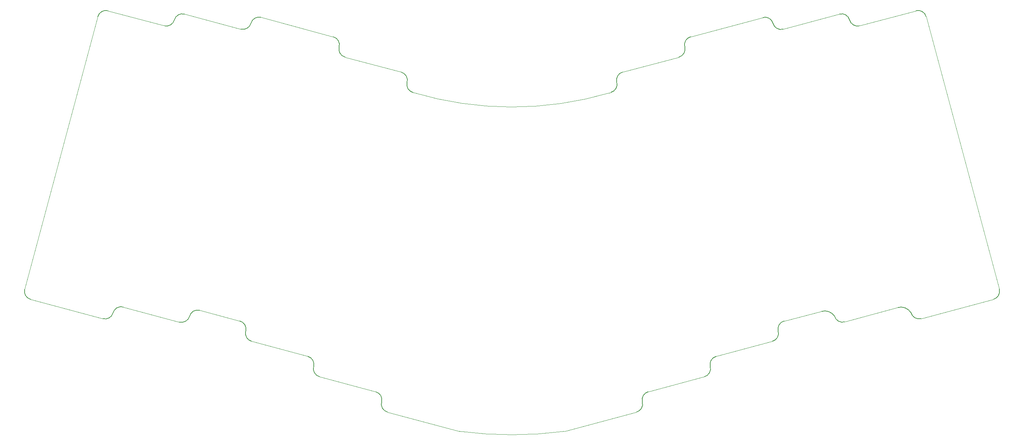
<source format=gbr>
%TF.GenerationSoftware,KiCad,Pcbnew,(5.1.10)-1*%
%TF.CreationDate,2021-10-19T15:54:07-06:00*%
%TF.ProjectId,batreus,62617472-6575-4732-9e6b-696361645f70,rev?*%
%TF.SameCoordinates,Original*%
%TF.FileFunction,Profile,NP*%
%FSLAX46Y46*%
G04 Gerber Fmt 4.6, Leading zero omitted, Abs format (unit mm)*
G04 Created by KiCad (PCBNEW (5.1.10)-1) date 2021-10-19 15:54:07*
%MOMM*%
%LPD*%
G01*
G04 APERTURE LIST*
%TA.AperFunction,Profile*%
%ADD10C,0.050000*%
%TD*%
%TA.AperFunction,Profile*%
%ADD11C,0.150000*%
%TD*%
G04 APERTURE END LIST*
D10*
X126275000Y-79425000D02*
X126171066Y-79392128D01*
X173451798Y-79506097D02*
X173810783Y-79374487D01*
D11*
X267281852Y-126807365D02*
G75*
G02*
X265867635Y-129256852I-1931852J-517635D01*
G01*
X230067631Y-134681851D02*
G75*
G02*
X227618149Y-133267631I-517631J1931851D01*
G01*
X224539562Y-132130349D02*
G75*
G02*
X227618149Y-133267631I735438J-2744651D01*
G01*
X242856988Y-131202083D02*
G75*
G02*
X246043149Y-132467631I743012J-2772917D01*
G01*
X248492631Y-133881851D02*
G75*
G02*
X246043149Y-132467631I-517631J1931851D01*
G01*
X214081852Y-136907365D02*
G75*
G02*
X212667635Y-139356852I-1931852J-517635D01*
G01*
X214081852Y-136907365D02*
G75*
G02*
X215496062Y-134457873I1931851J517641D01*
G01*
X197731852Y-145432365D02*
G75*
G02*
X199146062Y-142982873I1931851J517641D01*
G01*
X197731852Y-145432365D02*
G75*
G02*
X196317635Y-147881852I-1931852J-517635D01*
G01*
X181381852Y-153957365D02*
G75*
G02*
X182796062Y-151507873I1931851J517641D01*
G01*
X181381852Y-153957365D02*
G75*
G02*
X179967635Y-156406852I-1931852J-517635D01*
G01*
X247232355Y-59693151D02*
G75*
G02*
X249681849Y-61107355I517645J-1931849D01*
G01*
X228807355Y-60493151D02*
G75*
G02*
X231256849Y-61907355I517645J-1931849D01*
G01*
X233706331Y-63321575D02*
G75*
G02*
X231256849Y-61907355I-517631J1931851D01*
G01*
X210382355Y-61318151D02*
G75*
G02*
X212831849Y-62732355I517645J-1931849D01*
G01*
X215281331Y-64146575D02*
G75*
G02*
X212831849Y-62732355I-517631J1931851D01*
G01*
X117203934Y-151507872D02*
G75*
G02*
X118618148Y-153957362I-517638J-1931852D01*
G01*
X120032362Y-156406852D02*
G75*
G02*
X118618148Y-153957362I517638J1931852D01*
G01*
X103682362Y-147881852D02*
G75*
G02*
X102268148Y-145432362I517638J1931852D01*
G01*
X100853934Y-142982872D02*
G75*
G02*
X102268148Y-145432362I-517638J-1931852D01*
G01*
X87332362Y-139356852D02*
G75*
G02*
X85918148Y-136907362I517638J1931852D01*
G01*
X84503934Y-134457872D02*
G75*
G02*
X85918148Y-136907362I-517638J-1931852D01*
G01*
X72406852Y-133292638D02*
G75*
G02*
X69957362Y-134706852I-1931852J517638D01*
G01*
X72406852Y-133292638D02*
G75*
G02*
X74856342Y-131878424I1931852J-517638D01*
G01*
X53981852Y-132492638D02*
G75*
G02*
X56431342Y-131078424I1931852J-517638D01*
G01*
X53981852Y-132492638D02*
G75*
G02*
X51532362Y-133906852I-1931852J517638D01*
G01*
X34132362Y-129231852D02*
G75*
G02*
X32718148Y-126782362I517638J1931852D01*
G01*
X126171066Y-79392128D02*
G75*
G02*
X124756852Y-76942638I517638J1931852D01*
G01*
X123342638Y-74493148D02*
G75*
G02*
X124756852Y-76942638I-517638J-1931852D01*
G01*
X109821066Y-70867128D02*
G75*
G02*
X108406852Y-68417638I517638J1931852D01*
G01*
X106992638Y-65968148D02*
G75*
G02*
X108406852Y-68417638I-517638J-1931852D01*
G01*
X191593149Y-68417641D02*
G75*
G02*
X193007359Y-65968149I1931851J517641D01*
G01*
X191593149Y-68417641D02*
G75*
G02*
X190178932Y-70867128I-1931852J-517635D01*
G01*
X175225000Y-76925000D02*
G75*
G02*
X176639210Y-74475508I1931851J517641D01*
G01*
X175225000Y-76925000D02*
G75*
G02*
X173810783Y-79374487I-1931852J-517635D01*
G01*
X87168148Y-62707362D02*
G75*
G02*
X84718658Y-64121576I-1931852J517638D01*
G01*
X87168148Y-62707362D02*
G75*
G02*
X89617638Y-61293148I1931852J-517638D01*
G01*
X68743148Y-61907362D02*
G75*
G02*
X66293658Y-63321576I-1931852J517638D01*
G01*
X68743148Y-61907362D02*
G75*
G02*
X71192638Y-60493148I1931852J-517638D01*
G01*
X50319772Y-61113544D02*
G75*
G02*
X52769262Y-59699330I1931852J-517638D01*
G01*
D10*
X162592640Y-161056850D02*
X179967635Y-156406852D01*
X182796062Y-151507873D02*
X196317635Y-147881852D01*
X137407362Y-161056852D02*
X120032362Y-156406852D01*
X162592640Y-161056852D02*
G75*
G02*
X137407362Y-161056852I-12592640J96056852D01*
G01*
X173451798Y-79506096D02*
G75*
G02*
X126275000Y-79425000I-23451798J79506096D01*
G01*
X267281852Y-126807365D02*
X249681849Y-61107355D01*
X215281331Y-64146575D02*
X228807355Y-60493151D01*
X176639210Y-74475508D02*
X190178932Y-70867128D01*
X193007359Y-65968149D02*
X210382355Y-61318151D01*
X233706331Y-63321575D02*
X247232355Y-59693151D01*
X242856988Y-131202082D02*
X230067631Y-134681851D01*
X265867635Y-129256852D02*
X248492631Y-133881851D01*
X224539562Y-132130348D02*
X215496062Y-134457873D01*
X199146062Y-142982873D02*
X212667635Y-139356852D01*
X32718148Y-126782362D02*
X50319772Y-61113544D01*
X109821066Y-70867128D02*
X123342638Y-74493148D01*
X89617638Y-61293148D02*
X106992638Y-65968148D01*
X71192638Y-60493148D02*
X84718658Y-64121576D01*
X52769262Y-59699330D02*
X66293658Y-63321576D01*
X51532362Y-133906852D02*
X34132362Y-129231852D01*
X84503934Y-134457872D02*
X74856342Y-131878424D01*
X100853934Y-142982872D02*
X87332362Y-139356852D01*
X117203934Y-151507872D02*
X103682362Y-147881852D01*
X56431342Y-131078424D02*
X69957362Y-134706852D01*
M02*

</source>
